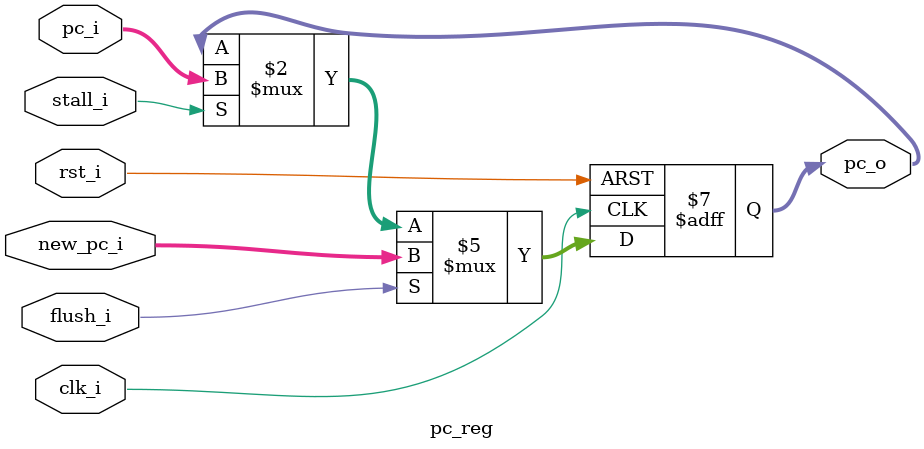
<source format=v>
`timescale 1ns / 1ps


module pc_reg(
	input  wire         clk_i,
	input  wire         rst_i,
	input  wire         stall_i,
	input  wire         flush_i,

	input  wire [31:0]  pc_i,
	input  wire [31:0]  new_pc_i,
	
	output reg  [31:0]  pc_o
    );
	always @(posedge clk_i,posedge rst_i) begin
		if(rst_i) begin
			pc_o <= 32'hbfc00000;
		end else if(flush_i) begin
            pc_o <= new_pc_i;
        end else if(stall_i) begin
			pc_o <= pc_i;
		end
	end
endmodule
</source>
